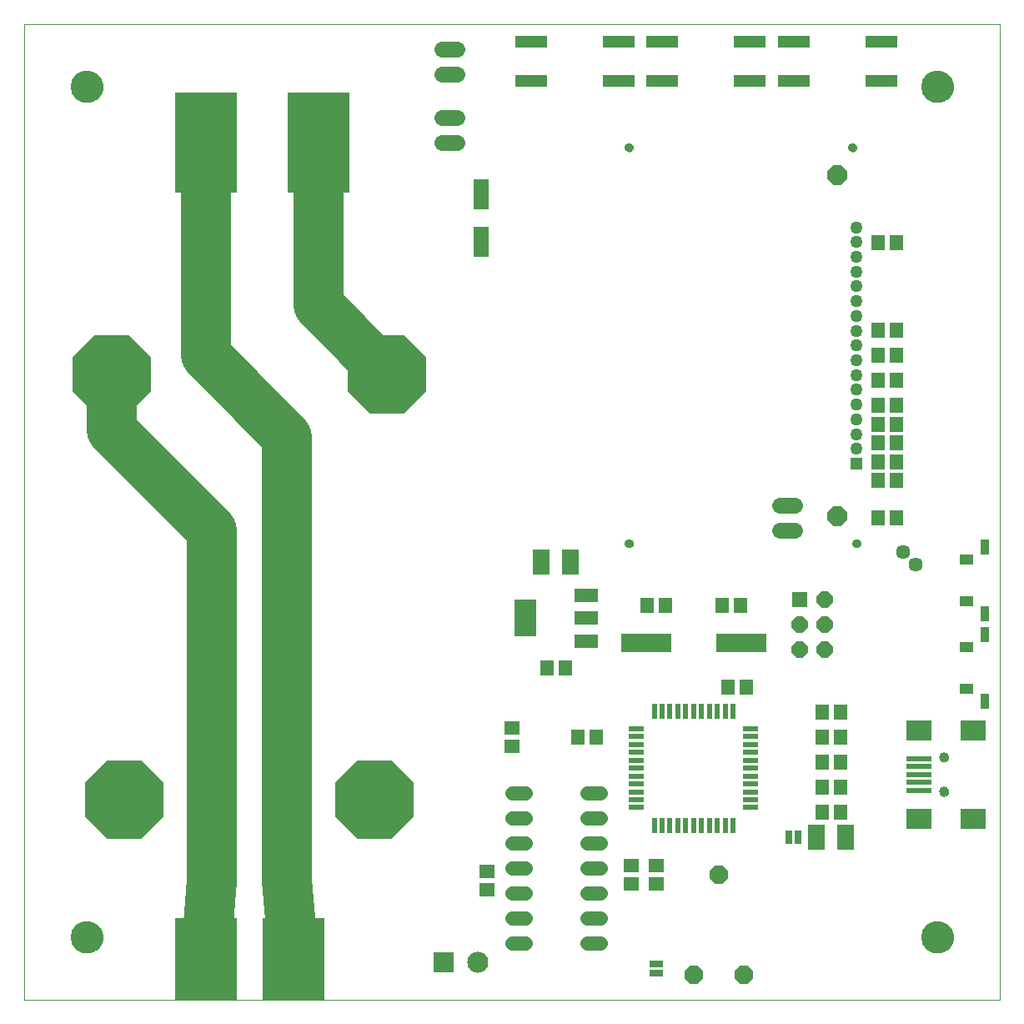
<source format=gts>
G75*
G70*
%OFA0B0*%
%FSLAX24Y24*%
%IPPOS*%
%LPD*%
%AMOC8*
5,1,8,0,0,1.08239X$1,22.5*
%
%ADD10C,0.0000*%
%ADD11C,0.1290*%
%ADD12C,0.0237*%
%ADD13C,0.2000*%
%ADD14R,0.2500X0.3250*%
%ADD15R,0.2500X0.4000*%
%ADD16OC8,0.3165*%
%ADD17R,0.0631X0.0237*%
%ADD18R,0.0237X0.0631*%
%ADD19OC8,0.1542*%
%ADD20R,0.1024X0.0237*%
%ADD21R,0.1024X0.0827*%
%ADD22C,0.0394*%
%ADD23R,0.0552X0.0631*%
%ADD24R,0.0670X0.0985*%
%ADD25R,0.0631X0.0552*%
%ADD26R,0.2040X0.0740*%
%ADD27OC8,0.0740*%
%ADD28C,0.0640*%
%ADD29R,0.0591X0.1221*%
%ADD30C,0.0560*%
%ADD31R,0.0640X0.0640*%
%ADD32OC8,0.0640*%
%ADD33R,0.0496X0.0496*%
%ADD34C,0.0496*%
%ADD35OC8,0.0778*%
%ADD36C,0.0355*%
%ADD37C,0.1690*%
%ADD38R,0.0290X0.0540*%
%ADD39R,0.0840X0.0840*%
%ADD40C,0.0840*%
%ADD41R,0.0920X0.0520*%
%ADD42R,0.0906X0.1457*%
%ADD43R,0.0350X0.0610*%
%ADD44R,0.0540X0.0390*%
%ADD45R,0.1260X0.0512*%
%ADD46R,0.0540X0.0290*%
%ADD47C,0.0571*%
D10*
X000504Y000161D02*
X000504Y039161D01*
X039504Y039161D01*
X039504Y000161D01*
X000504Y000161D01*
X002379Y002661D02*
X002381Y002711D01*
X002387Y002760D01*
X002397Y002809D01*
X002410Y002856D01*
X002428Y002903D01*
X002449Y002948D01*
X002473Y002991D01*
X002501Y003032D01*
X002532Y003071D01*
X002566Y003107D01*
X002603Y003141D01*
X002643Y003171D01*
X002684Y003198D01*
X002728Y003222D01*
X002773Y003242D01*
X002820Y003258D01*
X002868Y003271D01*
X002917Y003280D01*
X002967Y003285D01*
X003016Y003286D01*
X003066Y003283D01*
X003115Y003276D01*
X003164Y003265D01*
X003211Y003251D01*
X003257Y003232D01*
X003302Y003210D01*
X003345Y003185D01*
X003385Y003156D01*
X003423Y003124D01*
X003459Y003090D01*
X003492Y003052D01*
X003521Y003012D01*
X003547Y002970D01*
X003570Y002926D01*
X003589Y002880D01*
X003605Y002833D01*
X003617Y002784D01*
X003625Y002735D01*
X003629Y002686D01*
X003629Y002636D01*
X003625Y002587D01*
X003617Y002538D01*
X003605Y002489D01*
X003589Y002442D01*
X003570Y002396D01*
X003547Y002352D01*
X003521Y002310D01*
X003492Y002270D01*
X003459Y002232D01*
X003423Y002198D01*
X003385Y002166D01*
X003345Y002137D01*
X003302Y002112D01*
X003257Y002090D01*
X003211Y002071D01*
X003164Y002057D01*
X003115Y002046D01*
X003066Y002039D01*
X003016Y002036D01*
X002967Y002037D01*
X002917Y002042D01*
X002868Y002051D01*
X002820Y002064D01*
X002773Y002080D01*
X002728Y002100D01*
X002684Y002124D01*
X002643Y002151D01*
X002603Y002181D01*
X002566Y002215D01*
X002532Y002251D01*
X002501Y002290D01*
X002473Y002331D01*
X002449Y002374D01*
X002428Y002419D01*
X002410Y002466D01*
X002397Y002513D01*
X002387Y002562D01*
X002381Y002611D01*
X002379Y002661D01*
X004406Y006911D02*
X004408Y006930D01*
X004413Y006949D01*
X004423Y006965D01*
X004435Y006980D01*
X004450Y006992D01*
X004466Y007002D01*
X004485Y007007D01*
X004504Y007009D01*
X004523Y007007D01*
X004542Y007002D01*
X004558Y006992D01*
X004573Y006980D01*
X004585Y006965D01*
X004595Y006949D01*
X004600Y006930D01*
X004602Y006911D01*
X004600Y006892D01*
X004595Y006873D01*
X004585Y006857D01*
X004573Y006842D01*
X004558Y006830D01*
X004542Y006820D01*
X004523Y006815D01*
X004504Y006813D01*
X004485Y006815D01*
X004466Y006820D01*
X004450Y006830D01*
X004435Y006842D01*
X004423Y006857D01*
X004413Y006873D01*
X004408Y006892D01*
X004406Y006911D01*
X003531Y007286D02*
X003533Y007305D01*
X003538Y007324D01*
X003548Y007340D01*
X003560Y007355D01*
X003575Y007367D01*
X003591Y007377D01*
X003610Y007382D01*
X003629Y007384D01*
X003648Y007382D01*
X003667Y007377D01*
X003683Y007367D01*
X003698Y007355D01*
X003710Y007340D01*
X003720Y007324D01*
X003725Y007305D01*
X003727Y007286D01*
X003725Y007267D01*
X003720Y007248D01*
X003710Y007232D01*
X003698Y007217D01*
X003683Y007205D01*
X003667Y007195D01*
X003648Y007190D01*
X003629Y007188D01*
X003610Y007190D01*
X003591Y007195D01*
X003575Y007205D01*
X003560Y007217D01*
X003548Y007232D01*
X003538Y007248D01*
X003533Y007267D01*
X003531Y007286D01*
X003156Y008161D02*
X003158Y008180D01*
X003163Y008199D01*
X003173Y008215D01*
X003185Y008230D01*
X003200Y008242D01*
X003216Y008252D01*
X003235Y008257D01*
X003254Y008259D01*
X003273Y008257D01*
X003292Y008252D01*
X003308Y008242D01*
X003323Y008230D01*
X003335Y008215D01*
X003345Y008199D01*
X003350Y008180D01*
X003352Y008161D01*
X003350Y008142D01*
X003345Y008123D01*
X003335Y008107D01*
X003323Y008092D01*
X003308Y008080D01*
X003292Y008070D01*
X003273Y008065D01*
X003254Y008063D01*
X003235Y008065D01*
X003216Y008070D01*
X003200Y008080D01*
X003185Y008092D01*
X003173Y008107D01*
X003163Y008123D01*
X003158Y008142D01*
X003156Y008161D01*
X003531Y009036D02*
X003533Y009055D01*
X003538Y009074D01*
X003548Y009090D01*
X003560Y009105D01*
X003575Y009117D01*
X003591Y009127D01*
X003610Y009132D01*
X003629Y009134D01*
X003648Y009132D01*
X003667Y009127D01*
X003683Y009117D01*
X003698Y009105D01*
X003710Y009090D01*
X003720Y009074D01*
X003725Y009055D01*
X003727Y009036D01*
X003725Y009017D01*
X003720Y008998D01*
X003710Y008982D01*
X003698Y008967D01*
X003683Y008955D01*
X003667Y008945D01*
X003648Y008940D01*
X003629Y008938D01*
X003610Y008940D01*
X003591Y008945D01*
X003575Y008955D01*
X003560Y008967D01*
X003548Y008982D01*
X003538Y008998D01*
X003533Y009017D01*
X003531Y009036D01*
X004406Y009411D02*
X004408Y009430D01*
X004413Y009449D01*
X004423Y009465D01*
X004435Y009480D01*
X004450Y009492D01*
X004466Y009502D01*
X004485Y009507D01*
X004504Y009509D01*
X004523Y009507D01*
X004542Y009502D01*
X004558Y009492D01*
X004573Y009480D01*
X004585Y009465D01*
X004595Y009449D01*
X004600Y009430D01*
X004602Y009411D01*
X004600Y009392D01*
X004595Y009373D01*
X004585Y009357D01*
X004573Y009342D01*
X004558Y009330D01*
X004542Y009320D01*
X004523Y009315D01*
X004504Y009313D01*
X004485Y009315D01*
X004466Y009320D01*
X004450Y009330D01*
X004435Y009342D01*
X004423Y009357D01*
X004413Y009373D01*
X004408Y009392D01*
X004406Y009411D01*
X005281Y009036D02*
X005283Y009055D01*
X005288Y009074D01*
X005298Y009090D01*
X005310Y009105D01*
X005325Y009117D01*
X005341Y009127D01*
X005360Y009132D01*
X005379Y009134D01*
X005398Y009132D01*
X005417Y009127D01*
X005433Y009117D01*
X005448Y009105D01*
X005460Y009090D01*
X005470Y009074D01*
X005475Y009055D01*
X005477Y009036D01*
X005475Y009017D01*
X005470Y008998D01*
X005460Y008982D01*
X005448Y008967D01*
X005433Y008955D01*
X005417Y008945D01*
X005398Y008940D01*
X005379Y008938D01*
X005360Y008940D01*
X005341Y008945D01*
X005325Y008955D01*
X005310Y008967D01*
X005298Y008982D01*
X005288Y008998D01*
X005283Y009017D01*
X005281Y009036D01*
X005656Y008161D02*
X005658Y008180D01*
X005663Y008199D01*
X005673Y008215D01*
X005685Y008230D01*
X005700Y008242D01*
X005716Y008252D01*
X005735Y008257D01*
X005754Y008259D01*
X005773Y008257D01*
X005792Y008252D01*
X005808Y008242D01*
X005823Y008230D01*
X005835Y008215D01*
X005845Y008199D01*
X005850Y008180D01*
X005852Y008161D01*
X005850Y008142D01*
X005845Y008123D01*
X005835Y008107D01*
X005823Y008092D01*
X005808Y008080D01*
X005792Y008070D01*
X005773Y008065D01*
X005754Y008063D01*
X005735Y008065D01*
X005716Y008070D01*
X005700Y008080D01*
X005685Y008092D01*
X005673Y008107D01*
X005663Y008123D01*
X005658Y008142D01*
X005656Y008161D01*
X005281Y007286D02*
X005283Y007305D01*
X005288Y007324D01*
X005298Y007340D01*
X005310Y007355D01*
X005325Y007367D01*
X005341Y007377D01*
X005360Y007382D01*
X005379Y007384D01*
X005398Y007382D01*
X005417Y007377D01*
X005433Y007367D01*
X005448Y007355D01*
X005460Y007340D01*
X005470Y007324D01*
X005475Y007305D01*
X005477Y007286D01*
X005475Y007267D01*
X005470Y007248D01*
X005460Y007232D01*
X005448Y007217D01*
X005433Y007205D01*
X005417Y007195D01*
X005398Y007190D01*
X005379Y007188D01*
X005360Y007190D01*
X005341Y007195D01*
X005325Y007205D01*
X005310Y007217D01*
X005298Y007232D01*
X005288Y007248D01*
X005283Y007267D01*
X005281Y007286D01*
X007156Y003161D02*
X007158Y003180D01*
X007163Y003199D01*
X007173Y003215D01*
X007185Y003230D01*
X007200Y003242D01*
X007216Y003252D01*
X007235Y003257D01*
X007254Y003259D01*
X007273Y003257D01*
X007292Y003252D01*
X007308Y003242D01*
X007323Y003230D01*
X007335Y003215D01*
X007345Y003199D01*
X007350Y003180D01*
X007352Y003161D01*
X007350Y003142D01*
X007345Y003123D01*
X007335Y003107D01*
X007323Y003092D01*
X007308Y003080D01*
X007292Y003070D01*
X007273Y003065D01*
X007254Y003063D01*
X007235Y003065D01*
X007216Y003070D01*
X007200Y003080D01*
X007185Y003092D01*
X007173Y003107D01*
X007163Y003123D01*
X007158Y003142D01*
X007156Y003161D01*
X007656Y003161D02*
X007658Y003180D01*
X007663Y003199D01*
X007673Y003215D01*
X007685Y003230D01*
X007700Y003242D01*
X007716Y003252D01*
X007735Y003257D01*
X007754Y003259D01*
X007773Y003257D01*
X007792Y003252D01*
X007808Y003242D01*
X007823Y003230D01*
X007835Y003215D01*
X007845Y003199D01*
X007850Y003180D01*
X007852Y003161D01*
X007850Y003142D01*
X007845Y003123D01*
X007835Y003107D01*
X007823Y003092D01*
X007808Y003080D01*
X007792Y003070D01*
X007773Y003065D01*
X007754Y003063D01*
X007735Y003065D01*
X007716Y003070D01*
X007700Y003080D01*
X007685Y003092D01*
X007673Y003107D01*
X007663Y003123D01*
X007658Y003142D01*
X007656Y003161D01*
X008156Y003161D02*
X008158Y003180D01*
X008163Y003199D01*
X008173Y003215D01*
X008185Y003230D01*
X008200Y003242D01*
X008216Y003252D01*
X008235Y003257D01*
X008254Y003259D01*
X008273Y003257D01*
X008292Y003252D01*
X008308Y003242D01*
X008323Y003230D01*
X008335Y003215D01*
X008345Y003199D01*
X008350Y003180D01*
X008352Y003161D01*
X008350Y003142D01*
X008345Y003123D01*
X008335Y003107D01*
X008323Y003092D01*
X008308Y003080D01*
X008292Y003070D01*
X008273Y003065D01*
X008254Y003063D01*
X008235Y003065D01*
X008216Y003070D01*
X008200Y003080D01*
X008185Y003092D01*
X008173Y003107D01*
X008163Y003123D01*
X008158Y003142D01*
X008156Y003161D01*
X008656Y001911D02*
X008658Y001930D01*
X008663Y001949D01*
X008673Y001965D01*
X008685Y001980D01*
X008700Y001992D01*
X008716Y002002D01*
X008735Y002007D01*
X008754Y002009D01*
X008773Y002007D01*
X008792Y002002D01*
X008808Y001992D01*
X008823Y001980D01*
X008835Y001965D01*
X008845Y001949D01*
X008850Y001930D01*
X008852Y001911D01*
X008850Y001892D01*
X008845Y001873D01*
X008835Y001857D01*
X008823Y001842D01*
X008808Y001830D01*
X008792Y001820D01*
X008773Y001815D01*
X008754Y001813D01*
X008735Y001815D01*
X008716Y001820D01*
X008700Y001830D01*
X008685Y001842D01*
X008673Y001857D01*
X008663Y001873D01*
X008658Y001892D01*
X008656Y001911D01*
X008156Y000661D02*
X008158Y000680D01*
X008163Y000699D01*
X008173Y000715D01*
X008185Y000730D01*
X008200Y000742D01*
X008216Y000752D01*
X008235Y000757D01*
X008254Y000759D01*
X008273Y000757D01*
X008292Y000752D01*
X008308Y000742D01*
X008323Y000730D01*
X008335Y000715D01*
X008345Y000699D01*
X008350Y000680D01*
X008352Y000661D01*
X008350Y000642D01*
X008345Y000623D01*
X008335Y000607D01*
X008323Y000592D01*
X008308Y000580D01*
X008292Y000570D01*
X008273Y000565D01*
X008254Y000563D01*
X008235Y000565D01*
X008216Y000570D01*
X008200Y000580D01*
X008185Y000592D01*
X008173Y000607D01*
X008163Y000623D01*
X008158Y000642D01*
X008156Y000661D01*
X007656Y000661D02*
X007658Y000680D01*
X007663Y000699D01*
X007673Y000715D01*
X007685Y000730D01*
X007700Y000742D01*
X007716Y000752D01*
X007735Y000757D01*
X007754Y000759D01*
X007773Y000757D01*
X007792Y000752D01*
X007808Y000742D01*
X007823Y000730D01*
X007835Y000715D01*
X007845Y000699D01*
X007850Y000680D01*
X007852Y000661D01*
X007850Y000642D01*
X007845Y000623D01*
X007835Y000607D01*
X007823Y000592D01*
X007808Y000580D01*
X007792Y000570D01*
X007773Y000565D01*
X007754Y000563D01*
X007735Y000565D01*
X007716Y000570D01*
X007700Y000580D01*
X007685Y000592D01*
X007673Y000607D01*
X007663Y000623D01*
X007658Y000642D01*
X007656Y000661D01*
X007156Y000661D02*
X007158Y000680D01*
X007163Y000699D01*
X007173Y000715D01*
X007185Y000730D01*
X007200Y000742D01*
X007216Y000752D01*
X007235Y000757D01*
X007254Y000759D01*
X007273Y000757D01*
X007292Y000752D01*
X007308Y000742D01*
X007323Y000730D01*
X007335Y000715D01*
X007345Y000699D01*
X007350Y000680D01*
X007352Y000661D01*
X007350Y000642D01*
X007345Y000623D01*
X007335Y000607D01*
X007323Y000592D01*
X007308Y000580D01*
X007292Y000570D01*
X007273Y000565D01*
X007254Y000563D01*
X007235Y000565D01*
X007216Y000570D01*
X007200Y000580D01*
X007185Y000592D01*
X007173Y000607D01*
X007163Y000623D01*
X007158Y000642D01*
X007156Y000661D01*
X006656Y001911D02*
X006658Y001930D01*
X006663Y001949D01*
X006673Y001965D01*
X006685Y001980D01*
X006700Y001992D01*
X006716Y002002D01*
X006735Y002007D01*
X006754Y002009D01*
X006773Y002007D01*
X006792Y002002D01*
X006808Y001992D01*
X006823Y001980D01*
X006835Y001965D01*
X006845Y001949D01*
X006850Y001930D01*
X006852Y001911D01*
X006850Y001892D01*
X006845Y001873D01*
X006835Y001857D01*
X006823Y001842D01*
X006808Y001830D01*
X006792Y001820D01*
X006773Y001815D01*
X006754Y001813D01*
X006735Y001815D01*
X006716Y001820D01*
X006700Y001830D01*
X006685Y001842D01*
X006673Y001857D01*
X006663Y001873D01*
X006658Y001892D01*
X006656Y001911D01*
X010156Y001911D02*
X010158Y001930D01*
X010163Y001949D01*
X010173Y001965D01*
X010185Y001980D01*
X010200Y001992D01*
X010216Y002002D01*
X010235Y002007D01*
X010254Y002009D01*
X010273Y002007D01*
X010292Y002002D01*
X010308Y001992D01*
X010323Y001980D01*
X010335Y001965D01*
X010345Y001949D01*
X010350Y001930D01*
X010352Y001911D01*
X010350Y001892D01*
X010345Y001873D01*
X010335Y001857D01*
X010323Y001842D01*
X010308Y001830D01*
X010292Y001820D01*
X010273Y001815D01*
X010254Y001813D01*
X010235Y001815D01*
X010216Y001820D01*
X010200Y001830D01*
X010185Y001842D01*
X010173Y001857D01*
X010163Y001873D01*
X010158Y001892D01*
X010156Y001911D01*
X010656Y000661D02*
X010658Y000680D01*
X010663Y000699D01*
X010673Y000715D01*
X010685Y000730D01*
X010700Y000742D01*
X010716Y000752D01*
X010735Y000757D01*
X010754Y000759D01*
X010773Y000757D01*
X010792Y000752D01*
X010808Y000742D01*
X010823Y000730D01*
X010835Y000715D01*
X010845Y000699D01*
X010850Y000680D01*
X010852Y000661D01*
X010850Y000642D01*
X010845Y000623D01*
X010835Y000607D01*
X010823Y000592D01*
X010808Y000580D01*
X010792Y000570D01*
X010773Y000565D01*
X010754Y000563D01*
X010735Y000565D01*
X010716Y000570D01*
X010700Y000580D01*
X010685Y000592D01*
X010673Y000607D01*
X010663Y000623D01*
X010658Y000642D01*
X010656Y000661D01*
X011156Y000661D02*
X011158Y000680D01*
X011163Y000699D01*
X011173Y000715D01*
X011185Y000730D01*
X011200Y000742D01*
X011216Y000752D01*
X011235Y000757D01*
X011254Y000759D01*
X011273Y000757D01*
X011292Y000752D01*
X011308Y000742D01*
X011323Y000730D01*
X011335Y000715D01*
X011345Y000699D01*
X011350Y000680D01*
X011352Y000661D01*
X011350Y000642D01*
X011345Y000623D01*
X011335Y000607D01*
X011323Y000592D01*
X011308Y000580D01*
X011292Y000570D01*
X011273Y000565D01*
X011254Y000563D01*
X011235Y000565D01*
X011216Y000570D01*
X011200Y000580D01*
X011185Y000592D01*
X011173Y000607D01*
X011163Y000623D01*
X011158Y000642D01*
X011156Y000661D01*
X011656Y000661D02*
X011658Y000680D01*
X011663Y000699D01*
X011673Y000715D01*
X011685Y000730D01*
X011700Y000742D01*
X011716Y000752D01*
X011735Y000757D01*
X011754Y000759D01*
X011773Y000757D01*
X011792Y000752D01*
X011808Y000742D01*
X011823Y000730D01*
X011835Y000715D01*
X011845Y000699D01*
X011850Y000680D01*
X011852Y000661D01*
X011850Y000642D01*
X011845Y000623D01*
X011835Y000607D01*
X011823Y000592D01*
X011808Y000580D01*
X011792Y000570D01*
X011773Y000565D01*
X011754Y000563D01*
X011735Y000565D01*
X011716Y000570D01*
X011700Y000580D01*
X011685Y000592D01*
X011673Y000607D01*
X011663Y000623D01*
X011658Y000642D01*
X011656Y000661D01*
X012156Y001911D02*
X012158Y001930D01*
X012163Y001949D01*
X012173Y001965D01*
X012185Y001980D01*
X012200Y001992D01*
X012216Y002002D01*
X012235Y002007D01*
X012254Y002009D01*
X012273Y002007D01*
X012292Y002002D01*
X012308Y001992D01*
X012323Y001980D01*
X012335Y001965D01*
X012345Y001949D01*
X012350Y001930D01*
X012352Y001911D01*
X012350Y001892D01*
X012345Y001873D01*
X012335Y001857D01*
X012323Y001842D01*
X012308Y001830D01*
X012292Y001820D01*
X012273Y001815D01*
X012254Y001813D01*
X012235Y001815D01*
X012216Y001820D01*
X012200Y001830D01*
X012185Y001842D01*
X012173Y001857D01*
X012163Y001873D01*
X012158Y001892D01*
X012156Y001911D01*
X011656Y003161D02*
X011658Y003180D01*
X011663Y003199D01*
X011673Y003215D01*
X011685Y003230D01*
X011700Y003242D01*
X011716Y003252D01*
X011735Y003257D01*
X011754Y003259D01*
X011773Y003257D01*
X011792Y003252D01*
X011808Y003242D01*
X011823Y003230D01*
X011835Y003215D01*
X011845Y003199D01*
X011850Y003180D01*
X011852Y003161D01*
X011850Y003142D01*
X011845Y003123D01*
X011835Y003107D01*
X011823Y003092D01*
X011808Y003080D01*
X011792Y003070D01*
X011773Y003065D01*
X011754Y003063D01*
X011735Y003065D01*
X011716Y003070D01*
X011700Y003080D01*
X011685Y003092D01*
X011673Y003107D01*
X011663Y003123D01*
X011658Y003142D01*
X011656Y003161D01*
X011156Y003161D02*
X011158Y003180D01*
X011163Y003199D01*
X011173Y003215D01*
X011185Y003230D01*
X011200Y003242D01*
X011216Y003252D01*
X011235Y003257D01*
X011254Y003259D01*
X011273Y003257D01*
X011292Y003252D01*
X011308Y003242D01*
X011323Y003230D01*
X011335Y003215D01*
X011345Y003199D01*
X011350Y003180D01*
X011352Y003161D01*
X011350Y003142D01*
X011345Y003123D01*
X011335Y003107D01*
X011323Y003092D01*
X011308Y003080D01*
X011292Y003070D01*
X011273Y003065D01*
X011254Y003063D01*
X011235Y003065D01*
X011216Y003070D01*
X011200Y003080D01*
X011185Y003092D01*
X011173Y003107D01*
X011163Y003123D01*
X011158Y003142D01*
X011156Y003161D01*
X010656Y003161D02*
X010658Y003180D01*
X010663Y003199D01*
X010673Y003215D01*
X010685Y003230D01*
X010700Y003242D01*
X010716Y003252D01*
X010735Y003257D01*
X010754Y003259D01*
X010773Y003257D01*
X010792Y003252D01*
X010808Y003242D01*
X010823Y003230D01*
X010835Y003215D01*
X010845Y003199D01*
X010850Y003180D01*
X010852Y003161D01*
X010850Y003142D01*
X010845Y003123D01*
X010835Y003107D01*
X010823Y003092D01*
X010808Y003080D01*
X010792Y003070D01*
X010773Y003065D01*
X010754Y003063D01*
X010735Y003065D01*
X010716Y003070D01*
X010700Y003080D01*
X010685Y003092D01*
X010673Y003107D01*
X010663Y003123D01*
X010658Y003142D01*
X010656Y003161D01*
X013531Y007286D02*
X013533Y007305D01*
X013538Y007324D01*
X013548Y007340D01*
X013560Y007355D01*
X013575Y007367D01*
X013591Y007377D01*
X013610Y007382D01*
X013629Y007384D01*
X013648Y007382D01*
X013667Y007377D01*
X013683Y007367D01*
X013698Y007355D01*
X013710Y007340D01*
X013720Y007324D01*
X013725Y007305D01*
X013727Y007286D01*
X013725Y007267D01*
X013720Y007248D01*
X013710Y007232D01*
X013698Y007217D01*
X013683Y007205D01*
X013667Y007195D01*
X013648Y007190D01*
X013629Y007188D01*
X013610Y007190D01*
X013591Y007195D01*
X013575Y007205D01*
X013560Y007217D01*
X013548Y007232D01*
X013538Y007248D01*
X013533Y007267D01*
X013531Y007286D01*
X013156Y008161D02*
X013158Y008180D01*
X013163Y008199D01*
X013173Y008215D01*
X013185Y008230D01*
X013200Y008242D01*
X013216Y008252D01*
X013235Y008257D01*
X013254Y008259D01*
X013273Y008257D01*
X013292Y008252D01*
X013308Y008242D01*
X013323Y008230D01*
X013335Y008215D01*
X013345Y008199D01*
X013350Y008180D01*
X013352Y008161D01*
X013350Y008142D01*
X013345Y008123D01*
X013335Y008107D01*
X013323Y008092D01*
X013308Y008080D01*
X013292Y008070D01*
X013273Y008065D01*
X013254Y008063D01*
X013235Y008065D01*
X013216Y008070D01*
X013200Y008080D01*
X013185Y008092D01*
X013173Y008107D01*
X013163Y008123D01*
X013158Y008142D01*
X013156Y008161D01*
X013531Y009036D02*
X013533Y009055D01*
X013538Y009074D01*
X013548Y009090D01*
X013560Y009105D01*
X013575Y009117D01*
X013591Y009127D01*
X013610Y009132D01*
X013629Y009134D01*
X013648Y009132D01*
X013667Y009127D01*
X013683Y009117D01*
X013698Y009105D01*
X013710Y009090D01*
X013720Y009074D01*
X013725Y009055D01*
X013727Y009036D01*
X013725Y009017D01*
X013720Y008998D01*
X013710Y008982D01*
X013698Y008967D01*
X013683Y008955D01*
X013667Y008945D01*
X013648Y008940D01*
X013629Y008938D01*
X013610Y008940D01*
X013591Y008945D01*
X013575Y008955D01*
X013560Y008967D01*
X013548Y008982D01*
X013538Y008998D01*
X013533Y009017D01*
X013531Y009036D01*
X014406Y009411D02*
X014408Y009430D01*
X014413Y009449D01*
X014423Y009465D01*
X014435Y009480D01*
X014450Y009492D01*
X014466Y009502D01*
X014485Y009507D01*
X014504Y009509D01*
X014523Y009507D01*
X014542Y009502D01*
X014558Y009492D01*
X014573Y009480D01*
X014585Y009465D01*
X014595Y009449D01*
X014600Y009430D01*
X014602Y009411D01*
X014600Y009392D01*
X014595Y009373D01*
X014585Y009357D01*
X014573Y009342D01*
X014558Y009330D01*
X014542Y009320D01*
X014523Y009315D01*
X014504Y009313D01*
X014485Y009315D01*
X014466Y009320D01*
X014450Y009330D01*
X014435Y009342D01*
X014423Y009357D01*
X014413Y009373D01*
X014408Y009392D01*
X014406Y009411D01*
X015281Y009036D02*
X015283Y009055D01*
X015288Y009074D01*
X015298Y009090D01*
X015310Y009105D01*
X015325Y009117D01*
X015341Y009127D01*
X015360Y009132D01*
X015379Y009134D01*
X015398Y009132D01*
X015417Y009127D01*
X015433Y009117D01*
X015448Y009105D01*
X015460Y009090D01*
X015470Y009074D01*
X015475Y009055D01*
X015477Y009036D01*
X015475Y009017D01*
X015470Y008998D01*
X015460Y008982D01*
X015448Y008967D01*
X015433Y008955D01*
X015417Y008945D01*
X015398Y008940D01*
X015379Y008938D01*
X015360Y008940D01*
X015341Y008945D01*
X015325Y008955D01*
X015310Y008967D01*
X015298Y008982D01*
X015288Y008998D01*
X015283Y009017D01*
X015281Y009036D01*
X015656Y008161D02*
X015658Y008180D01*
X015663Y008199D01*
X015673Y008215D01*
X015685Y008230D01*
X015700Y008242D01*
X015716Y008252D01*
X015735Y008257D01*
X015754Y008259D01*
X015773Y008257D01*
X015792Y008252D01*
X015808Y008242D01*
X015823Y008230D01*
X015835Y008215D01*
X015845Y008199D01*
X015850Y008180D01*
X015852Y008161D01*
X015850Y008142D01*
X015845Y008123D01*
X015835Y008107D01*
X015823Y008092D01*
X015808Y008080D01*
X015792Y008070D01*
X015773Y008065D01*
X015754Y008063D01*
X015735Y008065D01*
X015716Y008070D01*
X015700Y008080D01*
X015685Y008092D01*
X015673Y008107D01*
X015663Y008123D01*
X015658Y008142D01*
X015656Y008161D01*
X015281Y007286D02*
X015283Y007305D01*
X015288Y007324D01*
X015298Y007340D01*
X015310Y007355D01*
X015325Y007367D01*
X015341Y007377D01*
X015360Y007382D01*
X015379Y007384D01*
X015398Y007382D01*
X015417Y007377D01*
X015433Y007367D01*
X015448Y007355D01*
X015460Y007340D01*
X015470Y007324D01*
X015475Y007305D01*
X015477Y007286D01*
X015475Y007267D01*
X015470Y007248D01*
X015460Y007232D01*
X015448Y007217D01*
X015433Y007205D01*
X015417Y007195D01*
X015398Y007190D01*
X015379Y007188D01*
X015360Y007190D01*
X015341Y007195D01*
X015325Y007205D01*
X015310Y007217D01*
X015298Y007232D01*
X015288Y007248D01*
X015283Y007267D01*
X015281Y007286D01*
X014406Y006911D02*
X014408Y006930D01*
X014413Y006949D01*
X014423Y006965D01*
X014435Y006980D01*
X014450Y006992D01*
X014466Y007002D01*
X014485Y007007D01*
X014504Y007009D01*
X014523Y007007D01*
X014542Y007002D01*
X014558Y006992D01*
X014573Y006980D01*
X014585Y006965D01*
X014595Y006949D01*
X014600Y006930D01*
X014602Y006911D01*
X014600Y006892D01*
X014595Y006873D01*
X014585Y006857D01*
X014573Y006842D01*
X014558Y006830D01*
X014542Y006820D01*
X014523Y006815D01*
X014504Y006813D01*
X014485Y006815D01*
X014466Y006820D01*
X014450Y006830D01*
X014435Y006842D01*
X014423Y006857D01*
X014413Y006873D01*
X014408Y006892D01*
X014406Y006911D01*
X024516Y018397D02*
X024518Y018422D01*
X024524Y018446D01*
X024533Y018468D01*
X024546Y018489D01*
X024562Y018508D01*
X024581Y018524D01*
X024602Y018537D01*
X024624Y018546D01*
X024648Y018552D01*
X024673Y018554D01*
X024698Y018552D01*
X024722Y018546D01*
X024744Y018537D01*
X024765Y018524D01*
X024784Y018508D01*
X024800Y018489D01*
X024813Y018468D01*
X024822Y018446D01*
X024828Y018422D01*
X024830Y018397D01*
X024828Y018372D01*
X024822Y018348D01*
X024813Y018326D01*
X024800Y018305D01*
X024784Y018286D01*
X024765Y018270D01*
X024744Y018257D01*
X024722Y018248D01*
X024698Y018242D01*
X024673Y018240D01*
X024648Y018242D01*
X024624Y018248D01*
X024602Y018257D01*
X024581Y018270D01*
X024562Y018286D01*
X024546Y018305D01*
X024533Y018326D01*
X024524Y018348D01*
X024518Y018372D01*
X024516Y018397D01*
X016156Y025161D02*
X016158Y025180D01*
X016163Y025199D01*
X016173Y025215D01*
X016185Y025230D01*
X016200Y025242D01*
X016216Y025252D01*
X016235Y025257D01*
X016254Y025259D01*
X016273Y025257D01*
X016292Y025252D01*
X016308Y025242D01*
X016323Y025230D01*
X016335Y025215D01*
X016345Y025199D01*
X016350Y025180D01*
X016352Y025161D01*
X016350Y025142D01*
X016345Y025123D01*
X016335Y025107D01*
X016323Y025092D01*
X016308Y025080D01*
X016292Y025070D01*
X016273Y025065D01*
X016254Y025063D01*
X016235Y025065D01*
X016216Y025070D01*
X016200Y025080D01*
X016185Y025092D01*
X016173Y025107D01*
X016163Y025123D01*
X016158Y025142D01*
X016156Y025161D01*
X015781Y024286D02*
X015783Y024305D01*
X015788Y024324D01*
X015798Y024340D01*
X015810Y024355D01*
X015825Y024367D01*
X015841Y024377D01*
X015860Y024382D01*
X015879Y024384D01*
X015898Y024382D01*
X015917Y024377D01*
X015933Y024367D01*
X015948Y024355D01*
X015960Y024340D01*
X015970Y024324D01*
X015975Y024305D01*
X015977Y024286D01*
X015975Y024267D01*
X015970Y024248D01*
X015960Y024232D01*
X015948Y024217D01*
X015933Y024205D01*
X015917Y024195D01*
X015898Y024190D01*
X015879Y024188D01*
X015860Y024190D01*
X015841Y024195D01*
X015825Y024205D01*
X015810Y024217D01*
X015798Y024232D01*
X015788Y024248D01*
X015783Y024267D01*
X015781Y024286D01*
X014906Y023911D02*
X014908Y023930D01*
X014913Y023949D01*
X014923Y023965D01*
X014935Y023980D01*
X014950Y023992D01*
X014966Y024002D01*
X014985Y024007D01*
X015004Y024009D01*
X015023Y024007D01*
X015042Y024002D01*
X015058Y023992D01*
X015073Y023980D01*
X015085Y023965D01*
X015095Y023949D01*
X015100Y023930D01*
X015102Y023911D01*
X015100Y023892D01*
X015095Y023873D01*
X015085Y023857D01*
X015073Y023842D01*
X015058Y023830D01*
X015042Y023820D01*
X015023Y023815D01*
X015004Y023813D01*
X014985Y023815D01*
X014966Y023820D01*
X014950Y023830D01*
X014935Y023842D01*
X014923Y023857D01*
X014913Y023873D01*
X014908Y023892D01*
X014906Y023911D01*
X014031Y024286D02*
X014033Y024305D01*
X014038Y024324D01*
X014048Y024340D01*
X014060Y024355D01*
X014075Y024367D01*
X014091Y024377D01*
X014110Y024382D01*
X014129Y024384D01*
X014148Y024382D01*
X014167Y024377D01*
X014183Y024367D01*
X014198Y024355D01*
X014210Y024340D01*
X014220Y024324D01*
X014225Y024305D01*
X014227Y024286D01*
X014225Y024267D01*
X014220Y024248D01*
X014210Y024232D01*
X014198Y024217D01*
X014183Y024205D01*
X014167Y024195D01*
X014148Y024190D01*
X014129Y024188D01*
X014110Y024190D01*
X014091Y024195D01*
X014075Y024205D01*
X014060Y024217D01*
X014048Y024232D01*
X014038Y024248D01*
X014033Y024267D01*
X014031Y024286D01*
X013656Y025161D02*
X013658Y025180D01*
X013663Y025199D01*
X013673Y025215D01*
X013685Y025230D01*
X013700Y025242D01*
X013716Y025252D01*
X013735Y025257D01*
X013754Y025259D01*
X013773Y025257D01*
X013792Y025252D01*
X013808Y025242D01*
X013823Y025230D01*
X013835Y025215D01*
X013845Y025199D01*
X013850Y025180D01*
X013852Y025161D01*
X013850Y025142D01*
X013845Y025123D01*
X013835Y025107D01*
X013823Y025092D01*
X013808Y025080D01*
X013792Y025070D01*
X013773Y025065D01*
X013754Y025063D01*
X013735Y025065D01*
X013716Y025070D01*
X013700Y025080D01*
X013685Y025092D01*
X013673Y025107D01*
X013663Y025123D01*
X013658Y025142D01*
X013656Y025161D01*
X014031Y026036D02*
X014033Y026055D01*
X014038Y026074D01*
X014048Y026090D01*
X014060Y026105D01*
X014075Y026117D01*
X014091Y026127D01*
X014110Y026132D01*
X014129Y026134D01*
X014148Y026132D01*
X014167Y026127D01*
X014183Y026117D01*
X014198Y026105D01*
X014210Y026090D01*
X014220Y026074D01*
X014225Y026055D01*
X014227Y026036D01*
X014225Y026017D01*
X014220Y025998D01*
X014210Y025982D01*
X014198Y025967D01*
X014183Y025955D01*
X014167Y025945D01*
X014148Y025940D01*
X014129Y025938D01*
X014110Y025940D01*
X014091Y025945D01*
X014075Y025955D01*
X014060Y025967D01*
X014048Y025982D01*
X014038Y025998D01*
X014033Y026017D01*
X014031Y026036D01*
X014906Y026411D02*
X014908Y026430D01*
X014913Y026449D01*
X014923Y026465D01*
X014935Y026480D01*
X014950Y026492D01*
X014966Y026502D01*
X014985Y026507D01*
X015004Y026509D01*
X015023Y026507D01*
X015042Y026502D01*
X015058Y026492D01*
X015073Y026480D01*
X015085Y026465D01*
X015095Y026449D01*
X015100Y026430D01*
X015102Y026411D01*
X015100Y026392D01*
X015095Y026373D01*
X015085Y026357D01*
X015073Y026342D01*
X015058Y026330D01*
X015042Y026320D01*
X015023Y026315D01*
X015004Y026313D01*
X014985Y026315D01*
X014966Y026320D01*
X014950Y026330D01*
X014935Y026342D01*
X014923Y026357D01*
X014913Y026373D01*
X014908Y026392D01*
X014906Y026411D01*
X015781Y026036D02*
X015783Y026055D01*
X015788Y026074D01*
X015798Y026090D01*
X015810Y026105D01*
X015825Y026117D01*
X015841Y026127D01*
X015860Y026132D01*
X015879Y026134D01*
X015898Y026132D01*
X015917Y026127D01*
X015933Y026117D01*
X015948Y026105D01*
X015960Y026090D01*
X015970Y026074D01*
X015975Y026055D01*
X015977Y026036D01*
X015975Y026017D01*
X015970Y025998D01*
X015960Y025982D01*
X015948Y025967D01*
X015933Y025955D01*
X015917Y025945D01*
X015898Y025940D01*
X015879Y025938D01*
X015860Y025940D01*
X015841Y025945D01*
X015825Y025955D01*
X015810Y025967D01*
X015798Y025982D01*
X015788Y025998D01*
X015783Y026017D01*
X015781Y026036D01*
X013156Y032661D02*
X013158Y032680D01*
X013163Y032699D01*
X013173Y032715D01*
X013185Y032730D01*
X013200Y032742D01*
X013216Y032752D01*
X013235Y032757D01*
X013254Y032759D01*
X013273Y032757D01*
X013292Y032752D01*
X013308Y032742D01*
X013323Y032730D01*
X013335Y032715D01*
X013345Y032699D01*
X013350Y032680D01*
X013352Y032661D01*
X013350Y032642D01*
X013345Y032623D01*
X013335Y032607D01*
X013323Y032592D01*
X013308Y032580D01*
X013292Y032570D01*
X013273Y032565D01*
X013254Y032563D01*
X013235Y032565D01*
X013216Y032570D01*
X013200Y032580D01*
X013185Y032592D01*
X013173Y032607D01*
X013163Y032623D01*
X013158Y032642D01*
X013156Y032661D01*
X011156Y032661D02*
X011158Y032680D01*
X011163Y032699D01*
X011173Y032715D01*
X011185Y032730D01*
X011200Y032742D01*
X011216Y032752D01*
X011235Y032757D01*
X011254Y032759D01*
X011273Y032757D01*
X011292Y032752D01*
X011308Y032742D01*
X011323Y032730D01*
X011335Y032715D01*
X011345Y032699D01*
X011350Y032680D01*
X011352Y032661D01*
X011350Y032642D01*
X011345Y032623D01*
X011335Y032607D01*
X011323Y032592D01*
X011308Y032580D01*
X011292Y032570D01*
X011273Y032565D01*
X011254Y032563D01*
X011235Y032565D01*
X011216Y032570D01*
X011200Y032580D01*
X011185Y032592D01*
X011173Y032607D01*
X011163Y032623D01*
X011158Y032642D01*
X011156Y032661D01*
X008656Y032661D02*
X008658Y032680D01*
X008663Y032699D01*
X008673Y032715D01*
X008685Y032730D01*
X008700Y032742D01*
X008716Y032752D01*
X008735Y032757D01*
X008754Y032759D01*
X008773Y032757D01*
X008792Y032752D01*
X008808Y032742D01*
X008823Y032730D01*
X008835Y032715D01*
X008845Y032699D01*
X008850Y032680D01*
X008852Y032661D01*
X008850Y032642D01*
X008845Y032623D01*
X008835Y032607D01*
X008823Y032592D01*
X008808Y032580D01*
X008792Y032570D01*
X008773Y032565D01*
X008754Y032563D01*
X008735Y032565D01*
X008716Y032570D01*
X008700Y032580D01*
X008685Y032592D01*
X008673Y032607D01*
X008663Y032623D01*
X008658Y032642D01*
X008656Y032661D01*
X006656Y032661D02*
X006658Y032680D01*
X006663Y032699D01*
X006673Y032715D01*
X006685Y032730D01*
X006700Y032742D01*
X006716Y032752D01*
X006735Y032757D01*
X006754Y032759D01*
X006773Y032757D01*
X006792Y032752D01*
X006808Y032742D01*
X006823Y032730D01*
X006835Y032715D01*
X006845Y032699D01*
X006850Y032680D01*
X006852Y032661D01*
X006850Y032642D01*
X006845Y032623D01*
X006835Y032607D01*
X006823Y032592D01*
X006808Y032580D01*
X006792Y032570D01*
X006773Y032565D01*
X006754Y032563D01*
X006735Y032565D01*
X006716Y032570D01*
X006700Y032580D01*
X006685Y032592D01*
X006673Y032607D01*
X006663Y032623D01*
X006658Y032642D01*
X006656Y032661D01*
X006656Y036161D02*
X006658Y036180D01*
X006663Y036199D01*
X006673Y036215D01*
X006685Y036230D01*
X006700Y036242D01*
X006716Y036252D01*
X006735Y036257D01*
X006754Y036259D01*
X006773Y036257D01*
X006792Y036252D01*
X006808Y036242D01*
X006823Y036230D01*
X006835Y036215D01*
X006845Y036199D01*
X006850Y036180D01*
X006852Y036161D01*
X006850Y036142D01*
X006845Y036123D01*
X006835Y036107D01*
X006823Y036092D01*
X006808Y036080D01*
X006792Y036070D01*
X006773Y036065D01*
X006754Y036063D01*
X006735Y036065D01*
X006716Y036070D01*
X006700Y036080D01*
X006685Y036092D01*
X006673Y036107D01*
X006663Y036123D01*
X006658Y036142D01*
X006656Y036161D01*
X008656Y036161D02*
X008658Y036180D01*
X008663Y036199D01*
X008673Y036215D01*
X008685Y036230D01*
X008700Y036242D01*
X008716Y036252D01*
X008735Y036257D01*
X008754Y036259D01*
X008773Y036257D01*
X008792Y036252D01*
X008808Y036242D01*
X008823Y036230D01*
X008835Y036215D01*
X008845Y036199D01*
X008850Y036180D01*
X008852Y036161D01*
X008850Y036142D01*
X008845Y036123D01*
X008835Y036107D01*
X008823Y036092D01*
X008808Y036080D01*
X008792Y036070D01*
X008773Y036065D01*
X008754Y036063D01*
X008735Y036065D01*
X008716Y036070D01*
X008700Y036080D01*
X008685Y036092D01*
X008673Y036107D01*
X008663Y036123D01*
X008658Y036142D01*
X008656Y036161D01*
X011156Y036161D02*
X011158Y036180D01*
X011163Y036199D01*
X011173Y036215D01*
X011185Y036230D01*
X011200Y036242D01*
X011216Y036252D01*
X011235Y036257D01*
X011254Y036259D01*
X011273Y036257D01*
X011292Y036252D01*
X011308Y036242D01*
X011323Y036230D01*
X011335Y036215D01*
X011345Y036199D01*
X011350Y036180D01*
X011352Y036161D01*
X011350Y036142D01*
X011345Y036123D01*
X011335Y036107D01*
X011323Y036092D01*
X011308Y036080D01*
X011292Y036070D01*
X011273Y036065D01*
X011254Y036063D01*
X011235Y036065D01*
X011216Y036070D01*
X011200Y036080D01*
X011185Y036092D01*
X011173Y036107D01*
X011163Y036123D01*
X011158Y036142D01*
X011156Y036161D01*
X013156Y036161D02*
X013158Y036180D01*
X013163Y036199D01*
X013173Y036215D01*
X013185Y036230D01*
X013200Y036242D01*
X013216Y036252D01*
X013235Y036257D01*
X013254Y036259D01*
X013273Y036257D01*
X013292Y036252D01*
X013308Y036242D01*
X013323Y036230D01*
X013335Y036215D01*
X013345Y036199D01*
X013350Y036180D01*
X013352Y036161D01*
X013350Y036142D01*
X013345Y036123D01*
X013335Y036107D01*
X013323Y036092D01*
X013308Y036080D01*
X013292Y036070D01*
X013273Y036065D01*
X013254Y036063D01*
X013235Y036065D01*
X013216Y036070D01*
X013200Y036080D01*
X013185Y036092D01*
X013173Y036107D01*
X013163Y036123D01*
X013158Y036142D01*
X013156Y036161D01*
X003906Y026411D02*
X003908Y026430D01*
X003913Y026449D01*
X003923Y026465D01*
X003935Y026480D01*
X003950Y026492D01*
X003966Y026502D01*
X003985Y026507D01*
X004004Y026509D01*
X004023Y026507D01*
X004042Y026502D01*
X004058Y026492D01*
X004073Y026480D01*
X004085Y026465D01*
X004095Y026449D01*
X004100Y026430D01*
X004102Y026411D01*
X004100Y026392D01*
X004095Y026373D01*
X004085Y026357D01*
X004073Y026342D01*
X004058Y026330D01*
X004042Y026320D01*
X004023Y026315D01*
X004004Y026313D01*
X003985Y026315D01*
X003966Y026320D01*
X003950Y026330D01*
X003935Y026342D01*
X003923Y026357D01*
X003913Y026373D01*
X003908Y026392D01*
X003906Y026411D01*
X003031Y026036D02*
X003033Y026055D01*
X003038Y026074D01*
X003048Y026090D01*
X003060Y026105D01*
X003075Y026117D01*
X003091Y026127D01*
X003110Y026132D01*
X003129Y026134D01*
X003148Y026132D01*
X003167Y026127D01*
X003183Y026117D01*
X003198Y026105D01*
X003210Y026090D01*
X003220Y026074D01*
X003225Y026055D01*
X003227Y026036D01*
X003225Y026017D01*
X003220Y025998D01*
X003210Y025982D01*
X003198Y025967D01*
X003183Y025955D01*
X003167Y025945D01*
X003148Y025940D01*
X003129Y025938D01*
X003110Y025940D01*
X003091Y025945D01*
X003075Y025955D01*
X003060Y025967D01*
X003048Y025982D01*
X003038Y025998D01*
X003033Y026017D01*
X003031Y026036D01*
X002656Y025161D02*
X002658Y025180D01*
X002663Y025199D01*
X002673Y025215D01*
X002685Y025230D01*
X002700Y025242D01*
X002716Y025252D01*
X002735Y025257D01*
X002754Y025259D01*
X002773Y025257D01*
X002792Y025252D01*
X002808Y025242D01*
X002823Y025230D01*
X002835Y025215D01*
X002845Y025199D01*
X002850Y025180D01*
X002852Y025161D01*
X002850Y025142D01*
X002845Y025123D01*
X002835Y025107D01*
X002823Y025092D01*
X002808Y025080D01*
X002792Y025070D01*
X002773Y025065D01*
X002754Y025063D01*
X002735Y025065D01*
X002716Y025070D01*
X002700Y025080D01*
X002685Y025092D01*
X002673Y025107D01*
X002663Y025123D01*
X002658Y025142D01*
X002656Y025161D01*
X003031Y024286D02*
X003033Y024305D01*
X003038Y024324D01*
X003048Y024340D01*
X003060Y024355D01*
X003075Y024367D01*
X003091Y024377D01*
X003110Y024382D01*
X003129Y024384D01*
X003148Y024382D01*
X003167Y024377D01*
X003183Y024367D01*
X003198Y024355D01*
X003210Y024340D01*
X003220Y024324D01*
X003225Y024305D01*
X003227Y024286D01*
X003225Y024267D01*
X003220Y024248D01*
X003210Y024232D01*
X003198Y024217D01*
X003183Y024205D01*
X003167Y024195D01*
X003148Y024190D01*
X003129Y024188D01*
X003110Y024190D01*
X003091Y024195D01*
X003075Y024205D01*
X003060Y024217D01*
X003048Y024232D01*
X003038Y024248D01*
X003033Y024267D01*
X003031Y024286D01*
X003906Y023911D02*
X003908Y023930D01*
X003913Y023949D01*
X003923Y023965D01*
X003935Y023980D01*
X003950Y023992D01*
X003966Y024002D01*
X003985Y024007D01*
X004004Y024009D01*
X004023Y024007D01*
X004042Y024002D01*
X004058Y023992D01*
X004073Y023980D01*
X004085Y023965D01*
X004095Y023949D01*
X004100Y023930D01*
X004102Y023911D01*
X004100Y023892D01*
X004095Y023873D01*
X004085Y023857D01*
X004073Y023842D01*
X004058Y023830D01*
X004042Y023820D01*
X004023Y023815D01*
X004004Y023813D01*
X003985Y023815D01*
X003966Y023820D01*
X003950Y023830D01*
X003935Y023842D01*
X003923Y023857D01*
X003913Y023873D01*
X003908Y023892D01*
X003906Y023911D01*
X004781Y024286D02*
X004783Y024305D01*
X004788Y024324D01*
X004798Y024340D01*
X004810Y024355D01*
X004825Y024367D01*
X004841Y024377D01*
X004860Y024382D01*
X004879Y024384D01*
X004898Y024382D01*
X004917Y024377D01*
X004933Y024367D01*
X004948Y024355D01*
X004960Y024340D01*
X004970Y024324D01*
X004975Y024305D01*
X004977Y024286D01*
X004975Y024267D01*
X004970Y024248D01*
X004960Y024232D01*
X004948Y024217D01*
X004933Y024205D01*
X004917Y024195D01*
X004898Y024190D01*
X004879Y024188D01*
X004860Y024190D01*
X004841Y024195D01*
X004825Y024205D01*
X004810Y024217D01*
X004798Y024232D01*
X004788Y024248D01*
X004783Y024267D01*
X004781Y024286D01*
X005156Y025161D02*
X005158Y025180D01*
X005163Y025199D01*
X005173Y025215D01*
X005185Y025230D01*
X005200Y025242D01*
X005216Y025252D01*
X005235Y025257D01*
X005254Y025259D01*
X005273Y025257D01*
X005292Y025252D01*
X005308Y025242D01*
X005323Y025230D01*
X005335Y025215D01*
X005345Y025199D01*
X005350Y025180D01*
X005352Y025161D01*
X005350Y025142D01*
X005345Y025123D01*
X005335Y025107D01*
X005323Y025092D01*
X005308Y025080D01*
X005292Y025070D01*
X005273Y025065D01*
X005254Y025063D01*
X005235Y025065D01*
X005216Y025070D01*
X005200Y025080D01*
X005185Y025092D01*
X005173Y025107D01*
X005163Y025123D01*
X005158Y025142D01*
X005156Y025161D01*
X004781Y026036D02*
X004783Y026055D01*
X004788Y026074D01*
X004798Y026090D01*
X004810Y026105D01*
X004825Y026117D01*
X004841Y026127D01*
X004860Y026132D01*
X004879Y026134D01*
X004898Y026132D01*
X004917Y026127D01*
X004933Y026117D01*
X004948Y026105D01*
X004960Y026090D01*
X004970Y026074D01*
X004975Y026055D01*
X004977Y026036D01*
X004975Y026017D01*
X004970Y025998D01*
X004960Y025982D01*
X004948Y025967D01*
X004933Y025955D01*
X004917Y025945D01*
X004898Y025940D01*
X004879Y025938D01*
X004860Y025940D01*
X004841Y025945D01*
X004825Y025955D01*
X004810Y025967D01*
X004798Y025982D01*
X004788Y025998D01*
X004783Y026017D01*
X004781Y026036D01*
X002379Y036661D02*
X002381Y036711D01*
X002387Y036760D01*
X002397Y036809D01*
X002410Y036856D01*
X002428Y036903D01*
X002449Y036948D01*
X002473Y036991D01*
X002501Y037032D01*
X002532Y037071D01*
X002566Y037107D01*
X002603Y037141D01*
X002643Y037171D01*
X002684Y037198D01*
X002728Y037222D01*
X002773Y037242D01*
X002820Y037258D01*
X002868Y037271D01*
X002917Y037280D01*
X002967Y037285D01*
X003016Y037286D01*
X003066Y037283D01*
X003115Y037276D01*
X003164Y037265D01*
X003211Y037251D01*
X003257Y037232D01*
X003302Y037210D01*
X003345Y037185D01*
X003385Y037156D01*
X003423Y037124D01*
X003459Y037090D01*
X003492Y037052D01*
X003521Y037012D01*
X003547Y036970D01*
X003570Y036926D01*
X003589Y036880D01*
X003605Y036833D01*
X003617Y036784D01*
X003625Y036735D01*
X003629Y036686D01*
X003629Y036636D01*
X003625Y036587D01*
X003617Y036538D01*
X003605Y036489D01*
X003589Y036442D01*
X003570Y036396D01*
X003547Y036352D01*
X003521Y036310D01*
X003492Y036270D01*
X003459Y036232D01*
X003423Y036198D01*
X003385Y036166D01*
X003345Y036137D01*
X003302Y036112D01*
X003257Y036090D01*
X003211Y036071D01*
X003164Y036057D01*
X003115Y036046D01*
X003066Y036039D01*
X003016Y036036D01*
X002967Y036037D01*
X002917Y036042D01*
X002868Y036051D01*
X002820Y036064D01*
X002773Y036080D01*
X002728Y036100D01*
X002684Y036124D01*
X002643Y036151D01*
X002603Y036181D01*
X002566Y036215D01*
X002532Y036251D01*
X002501Y036290D01*
X002473Y036331D01*
X002449Y036374D01*
X002428Y036419D01*
X002410Y036466D01*
X002397Y036513D01*
X002387Y036562D01*
X002381Y036611D01*
X002379Y036661D01*
X024516Y034224D02*
X024518Y034249D01*
X024524Y034273D01*
X024533Y034295D01*
X024546Y034316D01*
X024562Y034335D01*
X024581Y034351D01*
X024602Y034364D01*
X024624Y034373D01*
X024648Y034379D01*
X024673Y034381D01*
X024698Y034379D01*
X024722Y034373D01*
X024744Y034364D01*
X024765Y034351D01*
X024784Y034335D01*
X024800Y034316D01*
X024813Y034295D01*
X024822Y034273D01*
X024828Y034249D01*
X024830Y034224D01*
X024828Y034199D01*
X024822Y034175D01*
X024813Y034153D01*
X024800Y034132D01*
X024784Y034113D01*
X024765Y034097D01*
X024744Y034084D01*
X024722Y034075D01*
X024698Y034069D01*
X024673Y034067D01*
X024648Y034069D01*
X024624Y034075D01*
X024602Y034084D01*
X024581Y034097D01*
X024562Y034113D01*
X024546Y034132D01*
X024533Y034153D01*
X024524Y034175D01*
X024518Y034199D01*
X024516Y034224D01*
X033453Y034224D02*
X033455Y034249D01*
X033461Y034273D01*
X033470Y034295D01*
X033483Y034316D01*
X033499Y034335D01*
X033518Y034351D01*
X033539Y034364D01*
X033561Y034373D01*
X033585Y034379D01*
X033610Y034381D01*
X033635Y034379D01*
X033659Y034373D01*
X033681Y034364D01*
X033702Y034351D01*
X033721Y034335D01*
X033737Y034316D01*
X033750Y034295D01*
X033759Y034273D01*
X033765Y034249D01*
X033767Y034224D01*
X033765Y034199D01*
X033759Y034175D01*
X033750Y034153D01*
X033737Y034132D01*
X033721Y034113D01*
X033702Y034097D01*
X033681Y034084D01*
X033659Y034075D01*
X033635Y034069D01*
X033610Y034067D01*
X033585Y034069D01*
X033561Y034075D01*
X033539Y034084D01*
X033518Y034097D01*
X033499Y034113D01*
X033483Y034132D01*
X033470Y034153D01*
X033461Y034175D01*
X033455Y034199D01*
X033453Y034224D01*
X036379Y036661D02*
X036381Y036711D01*
X036387Y036760D01*
X036397Y036809D01*
X036410Y036856D01*
X036428Y036903D01*
X036449Y036948D01*
X036473Y036991D01*
X036501Y037032D01*
X036532Y037071D01*
X036566Y037107D01*
X036603Y037141D01*
X036643Y037171D01*
X036684Y037198D01*
X036728Y037222D01*
X036773Y037242D01*
X036820Y037258D01*
X036868Y037271D01*
X036917Y037280D01*
X036967Y037285D01*
X037016Y037286D01*
X037066Y037283D01*
X037115Y037276D01*
X037164Y037265D01*
X037211Y037251D01*
X037257Y037232D01*
X037302Y037210D01*
X037345Y037185D01*
X037385Y037156D01*
X037423Y037124D01*
X037459Y037090D01*
X037492Y037052D01*
X037521Y037012D01*
X037547Y036970D01*
X037570Y036926D01*
X037589Y036880D01*
X037605Y036833D01*
X037617Y036784D01*
X037625Y036735D01*
X037629Y036686D01*
X037629Y036636D01*
X037625Y036587D01*
X037617Y036538D01*
X037605Y036489D01*
X037589Y036442D01*
X037570Y036396D01*
X037547Y036352D01*
X037521Y036310D01*
X037492Y036270D01*
X037459Y036232D01*
X037423Y036198D01*
X037385Y036166D01*
X037345Y036137D01*
X037302Y036112D01*
X037257Y036090D01*
X037211Y036071D01*
X037164Y036057D01*
X037115Y036046D01*
X037066Y036039D01*
X037016Y036036D01*
X036967Y036037D01*
X036917Y036042D01*
X036868Y036051D01*
X036820Y036064D01*
X036773Y036080D01*
X036728Y036100D01*
X036684Y036124D01*
X036643Y036151D01*
X036603Y036181D01*
X036566Y036215D01*
X036532Y036251D01*
X036501Y036290D01*
X036473Y036331D01*
X036449Y036374D01*
X036428Y036419D01*
X036410Y036466D01*
X036397Y036513D01*
X036387Y036562D01*
X036381Y036611D01*
X036379Y036661D01*
X033611Y018397D02*
X033613Y018422D01*
X033619Y018446D01*
X033628Y018468D01*
X033641Y018489D01*
X033657Y018508D01*
X033676Y018524D01*
X033697Y018537D01*
X033719Y018546D01*
X033743Y018552D01*
X033768Y018554D01*
X033793Y018552D01*
X033817Y018546D01*
X033839Y018537D01*
X033860Y018524D01*
X033879Y018508D01*
X033895Y018489D01*
X033908Y018468D01*
X033917Y018446D01*
X033923Y018422D01*
X033925Y018397D01*
X033923Y018372D01*
X033917Y018348D01*
X033908Y018326D01*
X033895Y018305D01*
X033879Y018286D01*
X033860Y018270D01*
X033839Y018257D01*
X033817Y018248D01*
X033793Y018242D01*
X033768Y018240D01*
X033743Y018242D01*
X033719Y018248D01*
X033697Y018257D01*
X033676Y018270D01*
X033657Y018286D01*
X033641Y018305D01*
X033628Y018326D01*
X033619Y018348D01*
X033613Y018372D01*
X033611Y018397D01*
X037077Y009850D02*
X037079Y009876D01*
X037085Y009902D01*
X037095Y009927D01*
X037108Y009950D01*
X037124Y009970D01*
X037144Y009988D01*
X037166Y010003D01*
X037189Y010015D01*
X037215Y010023D01*
X037241Y010027D01*
X037267Y010027D01*
X037293Y010023D01*
X037319Y010015D01*
X037343Y010003D01*
X037364Y009988D01*
X037384Y009970D01*
X037400Y009950D01*
X037413Y009927D01*
X037423Y009902D01*
X037429Y009876D01*
X037431Y009850D01*
X037429Y009824D01*
X037423Y009798D01*
X037413Y009773D01*
X037400Y009750D01*
X037384Y009730D01*
X037364Y009712D01*
X037342Y009697D01*
X037319Y009685D01*
X037293Y009677D01*
X037267Y009673D01*
X037241Y009673D01*
X037215Y009677D01*
X037189Y009685D01*
X037165Y009697D01*
X037144Y009712D01*
X037124Y009730D01*
X037108Y009750D01*
X037095Y009773D01*
X037085Y009798D01*
X037079Y009824D01*
X037077Y009850D01*
X037077Y008472D02*
X037079Y008498D01*
X037085Y008524D01*
X037095Y008549D01*
X037108Y008572D01*
X037124Y008592D01*
X037144Y008610D01*
X037166Y008625D01*
X037189Y008637D01*
X037215Y008645D01*
X037241Y008649D01*
X037267Y008649D01*
X037293Y008645D01*
X037319Y008637D01*
X037343Y008625D01*
X037364Y008610D01*
X037384Y008592D01*
X037400Y008572D01*
X037413Y008549D01*
X037423Y008524D01*
X037429Y008498D01*
X037431Y008472D01*
X037429Y008446D01*
X037423Y008420D01*
X037413Y008395D01*
X037400Y008372D01*
X037384Y008352D01*
X037364Y008334D01*
X037342Y008319D01*
X037319Y008307D01*
X037293Y008299D01*
X037267Y008295D01*
X037241Y008295D01*
X037215Y008299D01*
X037189Y008307D01*
X037165Y008319D01*
X037144Y008334D01*
X037124Y008352D01*
X037108Y008372D01*
X037095Y008395D01*
X037085Y008420D01*
X037079Y008446D01*
X037077Y008472D01*
X036379Y002661D02*
X036381Y002711D01*
X036387Y002760D01*
X036397Y002809D01*
X036410Y002856D01*
X036428Y002903D01*
X036449Y002948D01*
X036473Y002991D01*
X036501Y003032D01*
X036532Y003071D01*
X036566Y003107D01*
X036603Y003141D01*
X036643Y003171D01*
X036684Y003198D01*
X036728Y003222D01*
X036773Y003242D01*
X036820Y003258D01*
X036868Y003271D01*
X036917Y003280D01*
X036967Y003285D01*
X037016Y003286D01*
X037066Y003283D01*
X037115Y003276D01*
X037164Y003265D01*
X037211Y003251D01*
X037257Y003232D01*
X037302Y003210D01*
X037345Y003185D01*
X037385Y003156D01*
X037423Y003124D01*
X037459Y003090D01*
X037492Y003052D01*
X037521Y003012D01*
X037547Y002970D01*
X037570Y002926D01*
X037589Y002880D01*
X037605Y002833D01*
X037617Y002784D01*
X037625Y002735D01*
X037629Y002686D01*
X037629Y002636D01*
X037625Y002587D01*
X037617Y002538D01*
X037605Y002489D01*
X037589Y002442D01*
X037570Y002396D01*
X037547Y002352D01*
X037521Y002310D01*
X037492Y002270D01*
X037459Y002232D01*
X037423Y002198D01*
X037385Y002166D01*
X037345Y002137D01*
X037302Y002112D01*
X037257Y002090D01*
X037211Y002071D01*
X037164Y002057D01*
X037115Y002046D01*
X037066Y002039D01*
X037016Y002036D01*
X036967Y002037D01*
X036917Y002042D01*
X036868Y002051D01*
X036820Y002064D01*
X036773Y002080D01*
X036728Y002100D01*
X036684Y002124D01*
X036643Y002151D01*
X036603Y002181D01*
X036566Y002215D01*
X036532Y002251D01*
X036501Y002290D01*
X036473Y002331D01*
X036449Y002374D01*
X036428Y002419D01*
X036410Y002466D01*
X036397Y002513D01*
X036387Y002562D01*
X036381Y002611D01*
X036379Y002661D01*
D11*
X037004Y002661D03*
X003004Y002661D03*
X003004Y036661D03*
X037004Y036661D03*
D12*
X016254Y025161D03*
X015879Y024286D03*
X015004Y023911D03*
X014129Y024286D03*
X013754Y025161D03*
X014129Y026036D03*
X015004Y026411D03*
X015879Y026036D03*
X013254Y032661D03*
X011254Y032661D03*
X008754Y032661D03*
X006754Y032661D03*
X006754Y036161D03*
X008754Y036161D03*
X011254Y036161D03*
X013254Y036161D03*
X004004Y026411D03*
X004879Y026036D03*
X005254Y025161D03*
X004879Y024286D03*
X004004Y023911D03*
X003129Y024286D03*
X002754Y025161D03*
X003129Y026036D03*
X004504Y009411D03*
X005379Y009036D03*
X005754Y008161D03*
X005379Y007286D03*
X004504Y006911D03*
X003629Y007286D03*
X003254Y008161D03*
X003629Y009036D03*
X007254Y003161D03*
X007754Y003161D03*
X008254Y003161D03*
X008754Y001911D03*
X008254Y000661D03*
X007754Y000661D03*
X007254Y000661D03*
X006754Y001911D03*
X010254Y001911D03*
X010754Y000661D03*
X011254Y000661D03*
X011754Y000661D03*
X012254Y001911D03*
X011754Y003161D03*
X011254Y003161D03*
X010754Y003161D03*
X014504Y006911D03*
X015379Y007286D03*
X015754Y008161D03*
X015379Y009036D03*
X014504Y009411D03*
X013629Y009036D03*
X013254Y008161D03*
X013629Y007286D03*
D13*
X011004Y004911D02*
X011004Y022661D01*
X007754Y025911D01*
X007754Y033661D01*
X012254Y033661D02*
X012254Y027911D01*
X015004Y025161D01*
X008004Y018911D02*
X004004Y022911D01*
X004004Y025161D01*
X008004Y018911D02*
X008004Y004911D01*
X007754Y001911D01*
X011254Y001911D02*
X011004Y004911D01*
D14*
X011254Y001786D03*
X007754Y001786D03*
D15*
X007754Y034411D03*
X012254Y034411D03*
D16*
X015004Y025161D03*
X004004Y025161D03*
X004504Y008161D03*
X014504Y008161D03*
D17*
X024970Y008151D03*
X024970Y007836D03*
X024970Y008466D03*
X024970Y008781D03*
X024970Y009096D03*
X024970Y009411D03*
X024970Y009726D03*
X024970Y010041D03*
X024970Y010356D03*
X024970Y010671D03*
X024970Y010986D03*
X029537Y010986D03*
X029537Y010671D03*
X029537Y010356D03*
X029537Y010041D03*
X029537Y009726D03*
X029537Y009411D03*
X029537Y009096D03*
X029537Y008781D03*
X029537Y008466D03*
X029537Y008151D03*
X029537Y007836D03*
D18*
X028829Y007128D03*
X028514Y007128D03*
X028199Y007128D03*
X027884Y007128D03*
X027569Y007128D03*
X027254Y007128D03*
X026939Y007128D03*
X026624Y007128D03*
X026309Y007128D03*
X025994Y007128D03*
X025679Y007128D03*
X025679Y011695D03*
X025994Y011695D03*
X026309Y011695D03*
X026624Y011695D03*
X026939Y011695D03*
X027254Y011695D03*
X027569Y011695D03*
X027884Y011695D03*
X028199Y011695D03*
X028514Y011695D03*
X028829Y011695D03*
D19*
X012254Y033661D03*
X012254Y035161D03*
X007754Y035161D03*
X007754Y033661D03*
D20*
X036270Y009791D03*
X036270Y009476D03*
X036270Y009161D03*
X036270Y008846D03*
X036270Y008531D03*
D21*
X036270Y007390D03*
X038435Y007390D03*
X038435Y010933D03*
X036270Y010933D03*
D22*
X037254Y009850D03*
X037254Y008472D03*
D23*
X033128Y008661D03*
X032380Y008661D03*
X032380Y009661D03*
X033128Y009661D03*
X033128Y010661D03*
X032380Y010661D03*
X032380Y011661D03*
X033128Y011661D03*
X029378Y012661D03*
X028630Y012661D03*
X028380Y015911D03*
X029128Y015911D03*
X026128Y015911D03*
X025380Y015911D03*
X022128Y013411D03*
X021380Y013411D03*
X022630Y010661D03*
X023378Y010661D03*
X032380Y007661D03*
X033128Y007661D03*
X034630Y019411D03*
X035378Y019411D03*
X035378Y020911D03*
X034630Y020911D03*
X034630Y021661D03*
X034630Y022411D03*
X035378Y022411D03*
X035378Y021661D03*
X035378Y023161D03*
X034630Y023161D03*
X034630Y023911D03*
X035378Y023911D03*
X035378Y024911D03*
X034630Y024911D03*
X034630Y025911D03*
X035378Y025911D03*
X035378Y026911D03*
X034630Y026911D03*
X034630Y030411D03*
X035378Y030411D03*
D24*
X022344Y017661D03*
X021163Y017661D03*
X032163Y006661D03*
X033344Y006661D03*
D25*
X025754Y005535D03*
X025754Y004787D03*
X024754Y004787D03*
X024754Y005535D03*
X020004Y010287D03*
X020004Y011035D03*
X019004Y005285D03*
X019004Y004537D03*
D26*
X025354Y014411D03*
X029154Y014411D03*
D27*
X028254Y005161D03*
X029254Y001161D03*
X027254Y001161D03*
D28*
X030704Y018911D02*
X031304Y018911D01*
X031304Y019911D02*
X030704Y019911D01*
X017804Y034411D02*
X017204Y034411D01*
X017204Y035411D02*
X017804Y035411D01*
X017804Y037161D02*
X017204Y037161D01*
X017204Y038161D02*
X017804Y038161D01*
D29*
X018754Y032356D03*
X018754Y030466D03*
D30*
X019994Y008411D02*
X020514Y008411D01*
X020514Y007411D02*
X019994Y007411D01*
X019994Y006411D02*
X020514Y006411D01*
X020514Y005411D02*
X019994Y005411D01*
X019994Y004411D02*
X020514Y004411D01*
X020514Y003411D02*
X019994Y003411D01*
X019994Y002411D02*
X020514Y002411D01*
X022994Y002411D02*
X023514Y002411D01*
X023514Y003411D02*
X022994Y003411D01*
X022994Y004411D02*
X023514Y004411D01*
X023514Y005411D02*
X022994Y005411D01*
X022994Y006411D02*
X023514Y006411D01*
X023514Y007411D02*
X022994Y007411D01*
X022994Y008411D02*
X023514Y008411D01*
D31*
X031504Y016161D03*
D32*
X032504Y016161D03*
X032504Y015161D03*
X032504Y014161D03*
X031504Y014161D03*
X031504Y015161D03*
D33*
X033768Y021586D03*
D34*
X033768Y022177D03*
X033768Y022768D03*
X033768Y023358D03*
X033768Y023949D03*
X033768Y024539D03*
X033768Y025130D03*
X033768Y025720D03*
X033768Y026311D03*
X033768Y026901D03*
X033768Y027492D03*
X033768Y028083D03*
X033768Y028673D03*
X033768Y029264D03*
X033768Y029854D03*
X033768Y030445D03*
X033768Y031035D03*
D35*
X033000Y033122D03*
X033000Y019500D03*
D36*
X033768Y018397D03*
X024673Y018397D03*
X024673Y034224D03*
X033610Y034224D03*
D37*
X011254Y002736D02*
X011254Y001086D01*
X007754Y001086D02*
X007754Y002736D01*
D38*
X031077Y006661D03*
X031431Y006661D03*
D39*
X017254Y001661D03*
D40*
X018632Y001661D03*
D41*
X022974Y014501D03*
X022974Y015411D03*
X022974Y016321D03*
D42*
X020534Y015411D03*
D43*
X038899Y015581D03*
X038899Y014741D03*
X038899Y012081D03*
X038899Y018241D03*
D44*
X038154Y017736D03*
X038154Y016086D03*
X038154Y014236D03*
X038154Y012586D03*
D45*
X034756Y036874D03*
X034756Y038449D03*
X031252Y038449D03*
X031252Y036874D03*
X029506Y036874D03*
X029506Y038449D03*
X026002Y038449D03*
X026002Y036874D03*
X024256Y036874D03*
X024256Y038449D03*
X020752Y038449D03*
X020752Y036874D03*
D46*
X025754Y001588D03*
X025754Y001234D03*
D47*
X036129Y017536D03*
X035629Y018036D03*
M02*

</source>
